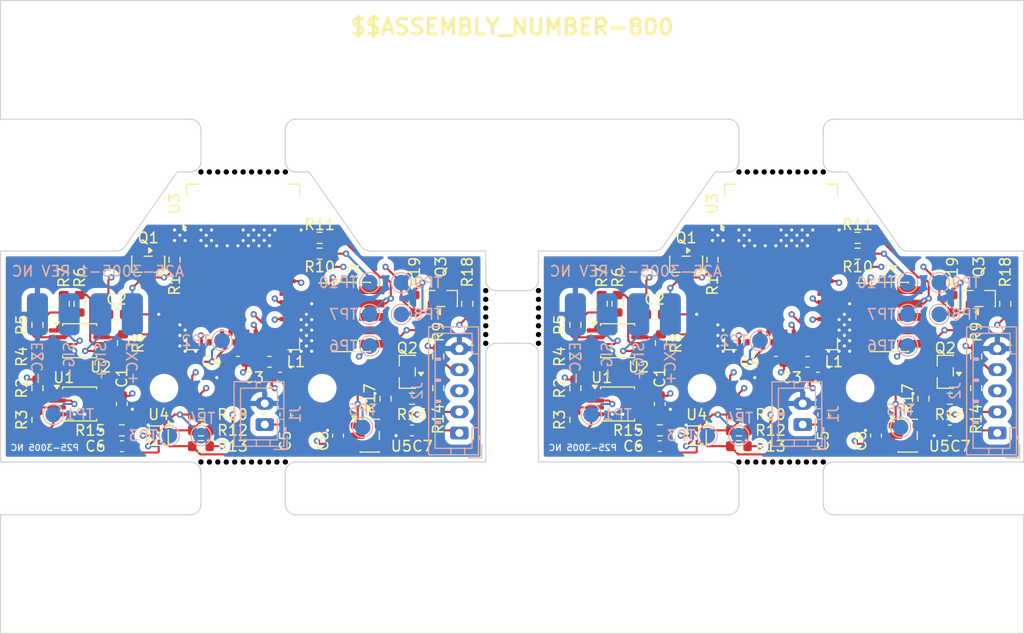
<source format=kicad_pcb>
(kicad_pcb
	(version 20241229)
	(generator "pcbnew")
	(generator_version "9.0")
	(general
		(thickness 1.6472)
		(legacy_teardrops no)
	)
	(paper "A4")
	(title_block
		(title "Panel Fabrication (Panel -800)")
		(rev "${REVISION}")
		(company "${COMPANY}")
	)
	(layers
		(0 "F.Cu" signal)
		(4 "In1.Cu" signal)
		(6 "In2.Cu" signal)
		(2 "B.Cu" signal)
		(9 "F.Adhes" user "F.Adhesive")
		(11 "B.Adhes" user "B.Adhesive")
		(13 "F.Paste" user)
		(15 "B.Paste" user)
		(5 "F.SilkS" user "F.Silkscreen")
		(7 "B.SilkS" user "B.Silkscreen")
		(1 "F.Mask" user)
		(3 "B.Mask" user)
		(17 "Dwgs.User" user "Dwg.TitlePage")
		(19 "Cmts.User" user "User.Comments")
		(21 "Eco1.User" user "F.DNP")
		(23 "Eco2.User" user "B.DNP")
		(25 "Edge.Cuts" user)
		(27 "Margin" user)
		(31 "F.CrtYd" user "F.Courtyard")
		(29 "B.CrtYd" user "B.Courtyard")
		(35 "F.Fab" user)
		(33 "B.Fab" user)
		(39 "User.1" user "Dwg.DrillMap")
		(41 "User.2" user "F.TestPoint")
		(43 "User.3" user "B.TestPoint")
		(45 "User.4" user "F.AssemblyText")
		(47 "User.5" user "B.AssemblyText")
		(49 "User.6" user "F.Dimensions")
		(51 "User.7" user "B.Dimensions")
		(53 "User.8" user "F.TestPointList")
		(55 "User.9" user "B.TestPointList")
	)
	(setup
		(stackup
			(layer "F.SilkS"
				(type "Top Silk Screen")
				(color "White")
			)
			(layer "F.Paste"
				(type "Top Solder Paste")
			)
			(layer "F.Mask"
				(type "Top Solder Mask")
				(color "Green")
				(thickness 0.0305)
			)
			(layer "F.Cu"
				(type "copper")
				(thickness 0.035)
			)
			(layer "dielectric 1"
				(type "prepreg")
				(color "FR4 natural")
				(thickness 0.2104)
				(material "FR4")
				(epsilon_r 4.4)
				(loss_tangent 0.02)
			)
			(layer "In1.Cu"
				(type "copper")
				(thickness 0.0152)
			)
			(layer "dielectric 2"
				(type "core")
				(color "FR4 natural")
				(thickness 1.065)
				(material "FR4")
				(epsilon_r 4.6)
				(loss_tangent 0.02)
			)
			(layer "In2.Cu"
				(type "copper")
				(thickness 0.0152)
			)
			(layer "dielectric 3"
				(type "prepreg")
				(color "FR4 natural")
				(thickness 0.2104)
				(material "FR4")
				(epsilon_r 4.4)
				(loss_tangent 0.02)
			)
			(layer "B.Cu"
				(type "copper")
				(thickness 0.035)
			)
			(layer "B.Mask"
				(type "Bottom Solder Mask")
				(color "Green")
				(thickness 0.0305)
			)
			(layer "B.Paste"
				(type "Bottom Solder Paste")
			)
			(layer "B.SilkS"
				(type "Bottom Silk Screen")
				(color "White")
			)
			(copper_finish "ENIG")
			(dielectric_constraints no)
		)
		(pad_to_mask_clearance 0)
		(allow_soldermask_bridges_in_footprints no)
		(tenting front back)
		(aux_axis_origin 100 20)
		(grid_origin 100 20)
		(pcbplotparams
			(layerselection 0x00000000_00000000_55555555_5755f5ff)
			(plot_on_all_layers_selection 0x00000000_00000000_00000000_00000000)
			(disableapertmacros no)
			(usegerberextensions no)
			(usegerberattributes yes)
			(usegerberadvancedattributes yes)
			(creategerberjobfile yes)
			(dashed_line_dash_ratio 12.000000)
			(dashed_line_gap_ratio 3.000000)
			(svgprecision 4)
			(plotframeref no)
			(mode 1)
			(useauxorigin no)
			(hpglpennumber 1)
			(hpglpenspeed 20)
			(hpglpendiameter 15.000000)
			(pdf_front_fp_property_popups yes)
			(pdf_back_fp_property_popups yes)
			(pdf_metadata yes)
			(pdf_single_document no)
			(dxfpolygonmode yes)
			(dxfimperialunits yes)
			(dxfusepcbnewfont yes)
			(psnegative no)
			(psa4output no)
			(plot_black_and_white yes)
			(sketchpadsonfab no)
			(plotpadnumbers no)
			(hidednponfab no)
			(sketchdnponfab yes)
			(crossoutdnponfab yes)
			(subtractmaskfromsilk no)
			(outputformat 1)
			(mirror no)
			(drillshape 1)
			(scaleselection 1)
			(outputdirectory "")
		)
	)
	(net 0 "")
	(net 1 "Board_0-+3.3V")
	(net 2 "Board_0-/Project Architecture/BLE Controller/LOAD_CELL")
	(net 3 "Board_0-/Project Architecture/BLE Controller/SCL")
	(net 4 "Board_0-/Project Architecture/BLE Controller/SDA")
	(net 5 "Board_0-/Project Architecture/BLE Controller/~{BATT_INT}")
	(net 6 "Board_0-/Project Architecture/BLE Controller/~{LOAD_CELL_EN}")
	(net 7 "Board_0-/Project Architecture/BLE Controller/~{PAIR_LED}")
	(net 8 "Board_0-/Project Architecture/BLE Controller/~{PAIR_SW}")
	(net 9 "Board_0-/Project Architecture/Load Cell Amp/EXC+")
	(net 10 "Board_0-/Project Architecture/Load Cell Amp/SIG+")
	(net 11 "Board_0-/Project Architecture/Load Cell Amp/SIG-")
	(net 12 "Board_0-/Project Architecture/Power and Interface/CHARGE_LED_IO")
	(net 13 "Board_0-/Project Architecture/Power and Interface/PAIR_LED_IO")
	(net 14 "Board_0-/Project Architecture/Power and Interface/STAT")
	(net 15 "Board_0-/Project Architecture/Power and Interface/SWDCLK")
	(net 16 "Board_0-/Project Architecture/Power and Interface/SWDIO")
	(net 17 "Board_0-/Project Architecture/Power and Interface/~{RESET}")
	(net 18 "Board_0-GND")
	(net 19 "Board_0-Net-(J1-Pin_1)")
	(net 20 "Board_0-Net-(Q2-S)")
	(net 21 "Board_0-Net-(Q3-S)")
	(net 22 "Board_0-Net-(R5-Pad1)")
	(net 23 "Board_0-Net-(U1A-+)")
	(net 24 "Board_0-Net-(U1A--)")
	(net 25 "Board_0-Net-(U1B--)")
	(net 26 "Board_0-Net-(U2A--)")
	(net 27 "Board_0-Net-(U2B--)")
	(net 28 "Board_0-Net-(U3-DCCH)")
	(net 29 "Board_0-Net-(U3-SWDCLK)")
	(net 30 "Board_0-Net-(U3-SWDIO)")
	(net 31 "Board_0-Net-(U4-BIN)")
	(net 32 "Board_0-Net-(U4-VDD)")
	(net 33 "Board_0-Net-(U5-PROG)")
	(net 34 "Board_0-VBUS")
	(net 35 "Board_0-VDD")
	(net 36 "Board_0-unconnected-(J3-KEY-Pad7)")
	(net 37 "Board_0-unconnected-(J3-NC{slash}TDI-Pad8)")
	(net 38 "Board_0-unconnected-(J3-SWO{slash}TDO-Pad6)")
	(net 39 "Board_0-unconnected-(U3-D+-Pad35)")
	(net 40 "Board_0-unconnected-(U3-D--Pad34)")
	(net 41 "Board_0-unconnected-(U3-P0.00-Pad17)")
	(net 42 "Board_0-unconnected-(U3-P0.01-Pad18)")
	(net 43 "Board_0-unconnected-(U3-P0.02-Pad11)")
	(net 44 "Board_0-unconnected-(U3-P0.03-Pad9)")
	(net 45 "Board_0-unconnected-(U3-P0.05-Pad21)")
	(net 46 "Board_0-unconnected-(U3-P0.06-Pad22)")
	(net 47 "Board_0-unconnected-(U3-P0.07-Pad23)")
	(net 48 "Board_0-unconnected-(U3-P0.08-Pad24)")
	(net 49 "Board_0-unconnected-(U3-P0.09-Pad52)")
	(net 50 "Board_0-unconnected-(U3-P0.10-Pad54)")
	(net 51 "Board_0-unconnected-(U3-P0.13-Pad37)")
	(net 52 "Board_0-unconnected-(U3-P0.15-Pad39)")
	(net 53 "Board_0-unconnected-(U3-P0.16-Pad38)")
	(net 54 "Board_0-unconnected-(U3-P0.17-Pad41)")
	(net 55 "Board_0-unconnected-(U3-P0.19-Pad42)")
	(net 56 "Board_0-unconnected-(U3-P0.21-Pad43)")
	(net 57 "Board_0-unconnected-(U3-P0.22-Pad46)")
	(net 58 "Board_0-unconnected-(U3-P0.23-Pad45)")
	(net 59 "Board_0-unconnected-(U3-P0.24-Pad48)")
	(net 60 "Board_0-unconnected-(U3-P0.25-Pad49)")
	(net 61 "Board_0-unconnected-(U3-P0.26-Pad19)")
	(net 62 "Board_0-unconnected-(U3-P0.28-Pad13)")
	(net 63 "Board_0-unconnected-(U3-P0.29-Pad10)")
	(net 64 "Board_0-unconnected-(U3-P0.30-Pad14)")
	(net 65 "Board_0-unconnected-(U3-P0.31-Pad12)")
	(net 66 "Board_0-unconnected-(U3-P1.00-Pad47)")
	(net 67 "Board_0-unconnected-(U3-P1.01-Pad61)")
	(net 68 "Board_0-unconnected-(U3-P1.03-Pad60)")
	(net 69 "Board_0-unconnected-(U3-P1.04-Pad56)")
	(net 70 "Board_0-unconnected-(U3-P1.05-Pad59)")
	(net 71 "Board_0-unconnected-(U3-P1.06-Pad57)")
	(net 72 "Board_0-unconnected-(U3-P1.07-Pad58)")
	(net 73 "Board_0-unconnected-(U3-P1.08-Pad25)")
	(net 74 "Board_0-unconnected-(U3-P1.09-Pad26)")
	(net 75 "Board_0-unconnected-(U3-P1.10-Pad3)")
	(net 76 "Board_0-unconnected-(U3-P1.12-Pad5)")
	(net 77 "Board_0-unconnected-(U3-P1.13-Pad6)")
	(net 78 "Board_0-unconnected-(U3-P1.14-Pad7)")
	(net 79 "Board_0-unconnected-(U3-P1.15-Pad8)")
	(net 80 "Board_0-unconnected-(U3-VBUS-Pad32)")
	(net 81 "Board_1-+3.3V")
	(net 82 "Board_1-/Project Architecture/BLE Controller/LOAD_CELL")
	(net 83 "Board_1-/Project Architecture/BLE Controller/SCL")
	(net 84 "Board_1-/Project Architecture/BLE Controller/SDA")
	(net 85 "Board_1-/Project Architecture/BLE Controller/~{BATT_INT}")
	(net 86 "Board_1-/Project Architecture/BLE Controller/~{LOAD_CELL_EN}")
	(net 87 "Board_1-/Project Architecture/BLE Controller/~{PAIR_LED}")
	(net 88 "Board_1-/Project Architecture/BLE Controller/~{PAIR_SW}")
	(net 89 "Board_1-/Project Architecture/Load Cell Amp/EXC+")
	(net 90 "Board_1-/Project Architecture/Load Cell Amp/SIG+")
	(net 91 "Board_1-/Project Architecture/Load Cell Amp/SIG-")
	(net 92 "Board_1-/Project Architecture/Power and Interface/CHARGE_LED_IO")
	(net 93 "Board_1-/Project Architecture/Power and Interface/PAIR_LED_IO")
	(net 94 "Board_1-/Project Architecture/Power and Interface/STAT")
	(net 95 "Board_1-/Project Architecture/Power and Interface/SWDCLK")
	(net 96 "Board_1-/Project Architecture/Power and Interface/SWDIO")
	(net 97 "Board_1-/Project Architecture/Power and Interface/~{RESET}")
	(net 98 "Board_1-GND")
	(net 99 "Board_1-Net-(J1-Pin_1)")
	(net 100 "Board_1-Net-(Q2-S)")
	(net 101 "Board_1-Net-(Q3-S)")
	(net 102 "Board_1-Net-(R5-Pad1)")
	(net 103 "Board_1-Net-(U1A-+)")
	(net 104 "Board_1-Net-(U1A--)")
	(net 105 "Board_1-Net-(U1B--)")
	(net 106 "Board_1-Net-(U2A--)")
	(net 107 "Board_1-Net-(U2B--)")
	(net 108 "Board_1-Net-(U3-DCCH)")
	(net 109 "Board_1-Net-(U3-SWDCLK)")
	(net 110 "Board_1-Net-(U3-SWDIO)")
	(net 111 "Board_1-Net-(U4-BIN)")
	(net 112 "Board_1-Net-(U4-VDD)")
	(net 113 "Board_1-Net-(U5-PROG)")
	(net 114 "Board_1-VBUS")
	(net 115 "Board_1-VDD")
	(net 116 "Board_1-unconnected-(J3-KEY-Pad7)")
	(net 117 "Board_1-unconnected-(J3-NC{slash}TDI-Pad8)")
	(net 118 "Board_1-unconnected-(J3-SWO{slash}TDO-Pad6)")
	(net 119 "Board_1-unconnected-(U3-D+-Pad35)")
	(net 120 "Board_1-unconnected-(U3-D--Pad34)")
	(net 121 "Board_1-unconnected-(U3-P0.00-Pad17)")
	(net 122 "Board_1-unconnected-(U3-P0.01-Pad18)")
	(net 123 "Board_1-unconnected-(U3-P0.02-Pad11)")
	(net 124 "Board_1-unconnected-(U3-P0.03-Pad9)")
	(net 125 "Board_1-unconnected-(U3-P0.05-Pad21)")
	(net 126 "Board_1-unconnected-(U3-P0.06-Pad22)")
	(net 127 "Board_1-unconnected-(U3-P0.07-Pad23)")
	(net 128 "Board_1-unconnected-(U3-P0.08-Pad24)")
	(net 129 "Board_1-unconnected-(U3-P0.09-Pad52)")
	(net 130 "Board_1-unconnected-(U3-P0.10-Pad54)")
	(net 131 "Board_1-unconnected-(U3-P0.13-Pad37)")
	(net 132 "Board_1-unconnected-(U3-P0.15-Pad39)")
	(net 133 "Board_1-unconnected-(U3-P0.16-Pad38)")
	(net 134 "Board_1-unconnected-(U3-P0.17-Pad41)")
	(net 135 "Board_1-unconnected-(U3-P0.19-Pad42)")
	(net 136 "Board_1-unconnected-(U3-P0.21-Pad43)")
	(net 137 "Board_1-unconnected-(U3-P0.22-Pad46)")
	(net 138 "Board_1-unconnected-(U3-P0.23-Pad45)")
	(net 139 "Board_1-unconnected-(U3-P0.24-Pad48)")
	(net 140 "Board_1-unconnected-(U3-P0.25-Pad49)")
	(net 141 "Board_1-unconnected-(U3-P0.26-Pad19)")
	(net 142 "Board_1-unconnected-(U3-P0.28-Pad13)")
	(net 143 "Board_1-unconnected-(U3-P0.29-Pad10)")
	(net 144 "Board_1-unconnected-(U3-P0.30-Pad14)")
	(net 145 "Board_1-unconnected-(U3-P0.31-Pad12)")
	(net 146 "Board_1-unconnected-(U3-P1.00-Pad47)")
	(net 147 "Board_1-unconnected-(U3-P1.01-Pad61)")
	(net 148 "Board_1-unconnected-(U3-P1.03-Pad60)")
	(net 149 "Board_1-unconnected-(U3-P1.04-Pad56)")
	(net 150 "Board_1-unconnected-(U3-P1.05-Pad59)")
	(net 151 "Board_1-unconnected-(U3-P1.06-Pad57)")
	(net 152 "Board_1-unconnected-(U3-P1.07-Pad58)")
	(net 153 "Board_1-unconnected-(U3-P1.08-Pad25)")
	(net 154 "Board_1-unconnected-(U3-P1.09-Pad26)")
	(net 155 "Board_1-unconnected-(U3-P1.10-Pad3)")
	(net 156 "Board_1-unconnected-(U3-P1.12-Pad5)")
	(net 157 "Board_1-unconnected-(U3-P1.13-Pad6)")
	(net 158 "Board_1-unconnected-(U3-P1.14-Pad7)")
	(net 159 "Board_1-unconnected-(U3-P1.15-Pad8)")
	(net 160 "Board_1-unconnected-(U3-VBUS-Pad32)")
	(footprint "Capacitor_SMD:C_0603_1608Metric" (layer "F.Cu") (at 139 60.74975 180))
	(footprint "Inductor_SMD:L_0603_1608Metric" (layer "F.Cu") (at 176.5 54.24975))
	(footprint "Resistor_SMD:R_0603_1608Metric" (layer "F.Cu") (at 192.5 53.74975 -90))
	(footprint "NPTH" (layer "F.Cu") (at 173.2 63.74975))
	(footprint "NPTH" (layer "F.Cu") (at 151 52.49975))
	(footprint "Resistor_SMD:R_0603_1608Metric" (layer "F.Cu") (at 119 59.24975 180))
	(footprint "Resistor_SMD:R_0603_1608Metric" (layer "F.Cu") (at 103.5 59.74975 90))
	(footprint "Connector_PinHeader_1.27mm:PinHeader_2x05_P1.27mm_Vertical_SMD" (layer "F.Cu") (at 133.25 49.99975))
	(footprint "Resistor_SMD:R_0603_1608Metric" (layer "F.Cu") (at 139 57.74975))
	(footprint "Capacitor_SMD:C_0603_1608Metric" (layer "F.Cu") (at 126.5 55.74975))
	(footprint "Resistor_SMD:R_0603_1608Metric" (layer "F.Cu") (at 157 48.74975 -90))
	(footprint "NPTH" (layer "F.Cu") (at 119.8 63.74975))
	(footprint "Resistor_SMD:R_0603_1608Metric" (layer "F.Cu") (at 170 62.24975 180))
	(footprint "NPTH" (layer "F.Cu") (at 172.4 36.24975))
	(footprint "Resistor_SMD:R_0603_1608Metric" (layer "F.Cu") (at 106 48.74975 -90))
	(footprint "Resistor_SMD:R_0603_1608Metric" (layer "F.Cu") (at 111.5 60.74975 180))
	(footprint "Package_TO_SOT_SMD:SOT-23-5" (layer "F.Cu") (at 186 61.24975))
	(footprint "Resistor_SMD:R_0603_1608Metric" (layer "F.Cu") (at 111.6125 52.47475 -90))
	(footprint "NPTH" (layer "F.Cu") (at 170 63.74975))
	(footprint "NPTH" (layer "F.Cu") (at 177.2 36.24975))
	(footprint "NPTH" (layer "F.Cu") (at 121.4 63.74975))
	(footprint "NPTH" (layer "F.Cu") (at 123 36.24975))
	(footprint "Package_SO:MSOP-8_3x3mm_P0.65mm" (layer "F.Cu") (at 107.5 58.24975))
	(footprint "MountingHole:MountingHole_2.2mm_M2_ISO7380" (layer "F.Cu") (at 130.5 56.74975))
	(footprint "Resistor_SMD:R_0603_1608Metric" (layer "F.Cu") (at 139.25 48.74975 -90))
	(footprint "NPTH" (layer "F.Cu") (at 146 49.99975))
	(footprint "NPTH" (layer "F.Cu") (at 146 47.49975))
	(footprint "Resistor_SMD:R_0603_1608Metric" (layer "F.Cu") (at 181.25 42.49975 180))
	(footprint "Capacitor_SMD:C_0603_1608Metric" (layer "F.Cu") (at 190 60.74975 180))
	(footprint "RF_Module:Raytac_MDBT50Q" (layer "F.Cu") (at 123 45.24975))
	(footprint "Package_BGA:Texas_DSBGA-9_1.62x1.58mm_Layout3x3_P0.5mm" (layer "F.Cu") (at 115 61.24975 -90))
	(footprint "NPTH" (layer "F.Cu") (at 151 49.166417))
	(footprint "Capacitor_SMD:C_0603_1608Metric" (layer "F.Cu") (at 127 59.24975 90))
	(footprint "Package_TO_SOT_SMD:SOT-23" (layer "F.Cu") (at 114 44.99975 -90))
	(footprint "Package_BGA:Texas_DSBGA-9_1.62x1.58mm_Layout3x3_P0.5mm" (layer "F.Cu") (at 166 61.24975 -90))
	(footprint "Connector_PinHeader_1.27mm:PinHeader_2x05_P1.27mm_Vertical_SMD" (layer "F.Cu") (at 184.25 49.99975))
	(footprint "Package_TO_SOT_SMD:SOT-23-5" (layer "F.Cu") (at 135 61.24975))
	(footprint "Resistor_SMD:R_0603_1608Metric" (layer "F.Cu") (at 170 60.74975 180))
	(footprint "Package_SO:MSOP-8_3x3mm_P0.65mm"
		(layer "F.Cu")
		(uuid "4b4e3686-35e0-4d7c-9faa-98310d81ee07")
		(at 107.5 52.24975)
		(descr "MSOP, 8 Pin (https://www.jedec.org/system/files/docs/mo-187F.pdf variant AA), generated with kicad-footprint-generator ipc_gullwing_generator.py")
		(tags "MSOP SO")
		(property "Reference" "U2"
			(at 2 2.5 0)
			(unlocked yes)
			(layer "F.SilkS")
			(uuid "f9b5dc8e-4d46-4f84-a7c7-a478530fc8aa")
			(effects
				(font
					(size 1 1)
					(thickness 0.15)
				)
			)
		)
		(property "Value" "MCP6042T-I/MS"
			(at 0 2.45 0)
			(unlocked yes)
			(layer "F.Fab")
			(hide yes)
			(uuid "02fa9beb-2e0f-4925-8753-ba9de00539ef")
			(effects
				(font
					(size 1 1)
					(thickness 0.15)
				)
			)
		)
		(property "Datasheet" "http://ww1.microchip.com/downloads/en/devicedoc/22140b.pdf"
			(at 0 0 0)
			(layer "F.Fab")
			(hide yes)
			(uuid "3eba1750-51f0-4ffd-ad5a-234ff063f7ea")
			(effects
				(font
					(size 1.27 1.27)
					(thickness 0.15)
				)
			)
		)
		(property "Description" "Dual, 1 MHz, 85µA, Rail-to-Rail input and output, MSOP-8"
			(at 0 0 0)
			(layer "F.Fab")
			(hide yes)
			(uuid "d085bfde-ae68-4953-a4c7-a8df0b356d68")
			(effects
				(font
					(size 1.27 1.27)
					(thickness 0.15)
				)
			)
		)
		(property "LCSC" "C627438"
			(at 0 0 0)
			(unlocked yes)
			(layer "F.Fab")
			(hide yes)
			(uuid "7454febc-57b5-43ef-9b95-80b89181e441")
			(effects
				(font
					(size 1 1)
					(thickness 0.15)
				)
			)
		)
		(property "Manufacturer" "Microchip"
			(at 0 0 0)
			(unlocked yes)
			(layer "F.Fab")
			(hide yes)
			(uuid "c37b3b3d-8d5a-4aa6-8189-8c5811714dad")
			(effects
				(font
					(size 1 1)
					(thickness 0.15)
				)
			)
		)
		(property "Manufacturer PN" "MCP6042-I/MS"
			(at 0 0 0)
			(unlocked yes)
			(layer "F.Fab")
			(hide yes)
			(uuid "18d0cc5f-462e-47d2-8618-b892904098b7")
			(effects
				(font
					(size 1 1)
					(thickness 0.15)
				)
			)
		)
		(property "part" "MCP6L02x-xMS"
			(at 0 0 0)
			(layer "F.SilkS")
			(hide yes)
			(uuid "ee52d4e9-7247-45f9-af8d-49b7403846e8")
			(effects
				(font
					(size 1.27 1.27)
					(thickness 0.15)
				)
			)
		)
		(path "/f6afef58-d841-4ad6-baf9-746b0a35f011/a5aa3c11-5084-4ea5-9da5-c9ff4a86f01f/a61a0e42-7f51-4bfb-8f50-9c7649feec25")
		(attr smd)
		(fp_line
			(start -1.61 -1.61)
			(end 1.61 -1.61)
			(stroke
				(width 0.12)
				(type solid)
			)
			(layer "F.SilkS")
			(uuid "9354b1ba-5917-44c3-91bc-ccc090eb34af")
		)
		(fp_line
			(start -1.61 -1.435)
			(end -1.61 -1.61)
			(stroke
				(width 0.12)
				(type solid)
			)
			(layer "F.SilkS")
			(uuid "d5d9754b-d0f3-484a-9a96-2fde698df688")
		)
		(fp_line
			(start -1.61 1.61)
			(end -1.61 1.435)
			(stroke
				(width 0.12)
				(type solid)
			)
			(layer "F.SilkS")
			(uuid "db164993-cff9-4d68-9ab6-1beb6869e472")
		)
		(fp_line
			(start 1.61 -1.61)
			(end 1.61 -1.435)
			(stroke
				(width 0.12)
				(type solid)
			)
			(layer "F.SilkS")
			(uuid "73cae3b4-847e-4b88-902e-537d879521dd")
		)
		(fp_line
			(start 1.61 1.435)
			(end 1.61 1.61)
			(stroke
				(width 0.12)
				(type solid)
			)
			(layer "F.SilkS")
			(uuid "a4c52af3-b8ca-4ddf-881a-1509f26bf184")
		)
		(fp_line
			(start 1.61 1.61)
			(end -1.61 1.61)
			(stroke
				(width 0.12)
				(type solid)
			)
			(layer "F.SilkS")
			(uuid "5a039619-a7e4-41d6-b3ae-889efa74112f")
		)
		(fp_poly
			(pts
				(xy -2.16 -1.44) (xy -2.4 -1.77) (xy -1.92 -1.77)
			)
			(stroke
				(width 0.12)
				(type solid)
			)
			(fill yes)
			(layer "F.SilkS")
			(uuid "b1ebee63-553a-4b55-bbd9-a2ea4d60b802")
		)
		(fp_line
			(start -3.18 -1.43)
			(end -1.75 -1.43)
			(stroke
				(width 0.05)
				(type solid)
			)
			(layer "F.CrtYd")
			(uuid "ec5d2987-54f3-42fb-bfe4-d914d21d5e10")
		)
		(fp_line
			(start -3.18 1.43)
			(end -3.18 -1.43)
			(stroke
				(width 0.05)
				(type solid)
			)
			(layer "F.CrtYd")
			(uuid "917d0d4c-a4c3-4ee1-8e1a-016fbd3d94e7")
		)
		(fp_line
			(start -1.75 -1.75)
			(end 1.75 -1.75)
			(stroke
				(width 0.05)
				(type solid)
			)
			(layer "F.CrtYd")
			(uuid "b14620dc-388e-4411-a168-ce5c424decbd")
		)
		(fp_line
			(start -1.75 -1.43)
			(end -1.75 -1.75)
			(stroke
				(width 0.05)
				(type solid)
			)
			(layer "F.CrtYd")
			(uuid "2da860b8-e2b1-43d1-b547-e14673a124fb")
		)
		(fp_line
			(start -1.75 1.43)
			(end -3.18 1.43)
			(stroke
				(width 0.05)
				(type solid)
			)
			(layer "F.CrtYd")
			(uuid "11424536-48bd-4fde-b023-3919a7237477")
		)
		(fp_line
			(start -1.75 1.75)
			(end -1.75 1.43)
			(stroke
				(width 0.05)
				(type solid)
			)
			(layer "F.CrtYd")
			(uuid "5dc23314-6cb0-4df7-afd6-79365cd0e2d8")
		)
		(fp_line
			(start 1.75 -1.75)
			(end 1.75 -1.43)
			(stroke
				(width 0.05)
				(type solid)
			)
			(layer "F.CrtYd")
			(uuid "4b7e4f3f-a885-48d0-884d-55be93e4082f")
		)
		(fp_line
			(start 1.75 -1.43)
			(end 3.18 -1.43)
			(stroke
				(width 0.05)
				(type solid)
			)
			(layer "F.CrtYd")
			(uuid "da4cd114-9a5a-488f-ae26-d33d1fd38acc")
		)
		(fp_line
			(start 1.75 1.43)
			(end 1.75 1.75)
			(stroke
				(width 0.05)
				(type solid)
			)
			(layer "F.CrtYd")
			(uuid "188fced3-fa8d-4bd8-9311-c61c49a63687")
		)
		(fp_line
			(start 1.75 1.75)
			(end -1.75 1.75)
			(stroke
				(width 0.05)
				(type solid)
			)
			(layer "F.CrtYd")
			(uuid "4117682e-44f4-43f4-b8d8-be3b0c54d856")
		)
		(fp_line
			(start 3.18 -1.43)
			(end 3.18 1.43)
			(stroke
				(width 0.05)
				(type solid)
			)
			(layer "F.CrtYd")
			(uuid "7c8bac53-6f1d-45f2-8496-3cbaec899a66")
		)
		(fp_line
			(start 3.18 1.43)
			(end 1.75 1.43)
			(stroke
				(width 0.05)
				(type solid)
			)
			(layer "F.CrtYd")
			(uuid "51280034-1039-4e0f-b072-1f2f9e62d53b")
		)
		(fp_poly
			(pts
				(xy -0.75 -1.5) (xy 1.5 -1.5) (xy 1.5 1.5) (xy -1.5 1.5) (xy -1.5 -0.75)
			)
			(stroke
				(width 0.1)
				(type solid)
			)
			(fill no)
			(layer "F.Fab")
			(uuid "a83a88ee-3321-475b-a6f3-4dbeb922fe75")
		)
		(fp_text user "${REFERENCE}"
			(at 0 0 0)
			(layer "F.Fab")
			(uuid "d7f3479d-d173-4892-8595-52dcd8823b94")
			(effects
				(font
					(size 0.75 0.75)
					(thickness 0.11)
				)
			)
		)
		(pad "1" smd roundrect
			(at -2.1125 -0.975)
			(size 1.625 0.4)
			(layers "F.Cu" "F.Mask" "F.Paste")
			(roundrect_rratio 0.25)
			(net 22 "Board_0-Net-(R5-Pad1)")
			(pintype "output")
			(uuid "93cbf5f0-c01b-4e2c-a494-ffd62cbf7db5")
		)
		(pad "2" smd roundrect
			(at -2.1125 -0.325)
			(size 1.625 0.4)
			(layers "F.Cu" "F.Mask" "F.Paste")
			(roundrect_rratio 0.25)
			(net 26 "Board_0-Net-(U2A--)")
			(pinfunction "-")
			(pintype "input")
			(uuid "618d5dd2-7cdb-4306-af8f-98bc820f7eda")
		)
		(pad "3" smd roundrect
			(at -2.1125 0.325)
			(size 1.625 0.4)
			(layers "F.Cu" "F.Mask" "F.Paste")
			(roundrect_rratio 0.25)
			(net 10 "Board_0-/Project Architecture/Load Cell Amp/SIG+")
			(pinfunction "+")
			(pintype "input")
			(uuid "af6b9473-613a-42a9-82cc-2d0c456e324c")
		)
		(pad "4" smd roundrect
			(at -2.1125 0.975)
			(size 1.625 0.4)
			(layers "F.Cu" "F.Mask" "F.Paste")
			(roundrect_rratio 0.25)
			(net 18 "Board_0-GND")
			(pinfunction "V-")
			(pintype "power_in")
			(uuid "fac5359f-ef0e-4b1f-af1c-9b522b5a4364")
		)
		(pad "5" smd roundrect
			(at 2.1125 0.975)
			(size 1.625 0.4)
			(layers "F.Cu" "F.Mask" "F.Paste")
			(roundrect_rratio 0.25)
			(net 11 "Board_0-/Project Architecture/Load Cell Amp/SIG-")
			(pinfunction "+")
			(pintype "input")
			(uuid "97b546fa-201e-4616-9cec-475f52fb88d4")
		)
		(pad "6" smd roundrect
			(at 2.1125 0.325)
			(size 1.625 0.4)
			(layers "F.Cu" "F.Mask" "F.Paste")
			(roundrect_rratio 0.25)
			(net 27 "Board_0-Net-(U2B--)")
			(pinfunction "-")
			(pintype "input")
			(uuid "3168d3b2-59da-4687-934f-06d21e2c05ea")
		)
		(pad "7" smd roundrect
			(at 2.1125
... [1035723 chars truncated]
</source>
